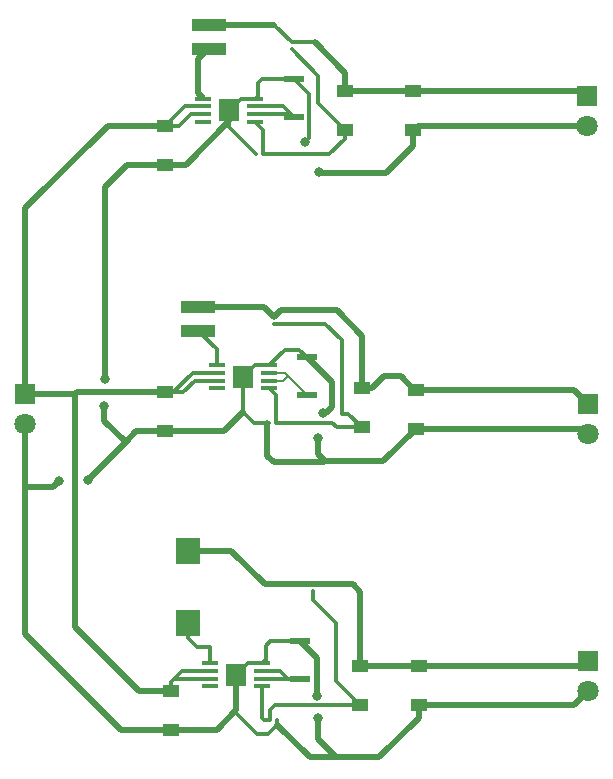
<source format=gbr>
%TF.GenerationSoftware,KiCad,Pcbnew,7.0.8*%
%TF.CreationDate,2023-12-07T00:58:29-06:00*%
%TF.ProjectId,Capst_Power_Controller,43617073-745f-4506-9f77-65725f436f6e,rev?*%
%TF.SameCoordinates,Original*%
%TF.FileFunction,Copper,L1,Top*%
%TF.FilePolarity,Positive*%
%FSLAX46Y46*%
G04 Gerber Fmt 4.6, Leading zero omitted, Abs format (unit mm)*
G04 Created by KiCad (PCBNEW 7.0.8) date 2023-12-07 00:58:29*
%MOMM*%
%LPD*%
G01*
G04 APERTURE LIST*
%TA.AperFunction,SMDPad,CuDef*%
%ADD10R,1.350000X1.100000*%
%TD*%
%TA.AperFunction,SMDPad,CuDef*%
%ADD11R,1.425000X0.450000*%
%TD*%
%TA.AperFunction,SMDPad,CuDef*%
%ADD12R,1.680000X1.880000*%
%TD*%
%TA.AperFunction,SMDPad,CuDef*%
%ADD13R,2.900000X1.000000*%
%TD*%
%TA.AperFunction,SMDPad,CuDef*%
%ADD14R,1.820000X0.620000*%
%TD*%
%TA.AperFunction,ComponentPad*%
%ADD15R,1.800000X1.800000*%
%TD*%
%TA.AperFunction,ComponentPad*%
%ADD16C,1.800000*%
%TD*%
%TA.AperFunction,SMDPad,CuDef*%
%ADD17R,0.300000X0.250000*%
%TD*%
%TA.AperFunction,SMDPad,CuDef*%
%ADD18R,0.250000X0.300000*%
%TD*%
%TA.AperFunction,SMDPad,CuDef*%
%ADD19R,0.275000X0.300000*%
%TD*%
%TA.AperFunction,SMDPad,CuDef*%
%ADD20R,2.050000X2.200000*%
%TD*%
%TA.AperFunction,ViaPad*%
%ADD21C,0.800000*%
%TD*%
%TA.AperFunction,Conductor*%
%ADD22C,0.500000*%
%TD*%
%TA.AperFunction,Conductor*%
%ADD23C,0.300000*%
%TD*%
%TA.AperFunction,Conductor*%
%ADD24C,0.200000*%
%TD*%
G04 APERTURE END LIST*
D10*
%TO.P,C1,1,1*%
%TO.N,Vin*%
X116609400Y-71528400D03*
%TO.P,C1,2,2*%
%TO.N,GND*%
X116609400Y-74828400D03*
%TD*%
%TO.P,C11,1,1*%
%TO.N,Vin*%
X117066600Y-119356600D03*
%TO.P,C11,2,2*%
%TO.N,GND*%
X117066600Y-122656600D03*
%TD*%
D11*
%TO.P,IC3,1,SW*%
%TO.N,/SW3*%
X120394000Y-117055600D03*
%TO.P,IC3,2,VIN*%
%TO.N,Vin*%
X120394000Y-117705600D03*
%TO.P,IC3,3,RUN*%
X120394000Y-118355600D03*
%TO.P,IC3,4,PGOOD*%
%TO.N,/PGGOOD3*%
X120394000Y-119005600D03*
%TO.P,IC3,5,FB*%
%TO.N,FB3*%
X124818000Y-119005600D03*
%TO.P,IC3,6,INTVCC*%
%TO.N,/MODE{slash}SYNC3*%
X124818000Y-118355600D03*
%TO.P,IC3,7,MODE/SYNC*%
X124818000Y-117705600D03*
%TO.P,IC3,8,SGND*%
%TO.N,GND*%
X124818000Y-117055600D03*
D12*
%TO.P,IC3,9,GND*%
X122606000Y-118030600D03*
%TD*%
D13*
%TO.P,L2,1,1*%
%TO.N,/SW2*%
X119405400Y-88872600D03*
%TO.P,L2,2,2*%
%TO.N,/Output2*%
X119405400Y-86842600D03*
%TD*%
D14*
%TO.P,C12,1,1*%
%TO.N,/MODE{slash}SYNC3*%
X128014000Y-118365800D03*
%TO.P,C12,2,2*%
%TO.N,GND*%
X128014000Y-115165800D03*
%TD*%
D11*
%TO.P,IC2,1,SW*%
%TO.N,/SW2*%
X121005600Y-91821000D03*
%TO.P,IC2,2,VIN*%
%TO.N,Vin*%
X121005600Y-92471000D03*
%TO.P,IC2,3,RUN*%
X121005600Y-93121000D03*
%TO.P,IC2,4,PGOOD*%
%TO.N,/PGGOOD2*%
X121005600Y-93771000D03*
%TO.P,IC2,5,FB*%
%TO.N,FB2*%
X125429600Y-93771000D03*
%TO.P,IC2,6,INTVCC*%
%TO.N,/MODE{slash}SYNC2*%
X125429600Y-93121000D03*
%TO.P,IC2,7,MODE/SYNC*%
X125429600Y-92471000D03*
%TO.P,IC2,8,SGND*%
%TO.N,GND*%
X125429600Y-91821000D03*
D12*
%TO.P,IC2,9,GND*%
X123217600Y-92796000D03*
%TD*%
D15*
%TO.P,J2,1,1*%
%TO.N,/Output1*%
X152273000Y-68988400D03*
D16*
%TO.P,J2,2,2*%
%TO.N,GND*%
X152273000Y-71528400D03*
%TD*%
D15*
%TO.P,J4,1,1*%
%TO.N,/Output3*%
X152400000Y-116840000D03*
D16*
%TO.P,J4,2,2*%
%TO.N,GND*%
X152400000Y-119380000D03*
%TD*%
D10*
%TO.P,C2,1,1*%
%TO.N,/Output1*%
X131798600Y-68607400D03*
%TO.P,C2,2,2*%
%TO.N,FB1*%
X131798600Y-71907400D03*
%TD*%
D17*
%TO.P,R3,1,1*%
%TO.N,/Output2*%
X125806200Y-87706200D03*
%TO.P,R3,2,2*%
%TO.N,FB2*%
X125806200Y-88306200D03*
%TD*%
D15*
%TO.P,J1,1,1*%
%TO.N,Vin*%
X104749600Y-94208600D03*
D16*
%TO.P,J1,2,2*%
%TO.N,GND*%
X104749600Y-96748600D03*
%TD*%
D18*
%TO.P,R4,1,1*%
%TO.N,FB2*%
X125958600Y-96723200D03*
%TO.P,R4,2,2*%
%TO.N,GND*%
X125358600Y-96723200D03*
%TD*%
D15*
%TO.P,J3,1,1*%
%TO.N,/Output2*%
X152374600Y-95072200D03*
D16*
%TO.P,J3,2,2*%
%TO.N,GND*%
X152374600Y-97612200D03*
%TD*%
D19*
%TO.P,R6,1,1*%
%TO.N,FB3*%
X125474000Y-121845800D03*
%TO.P,R6,2,2*%
%TO.N,GND*%
X126100000Y-121845800D03*
%TD*%
D17*
%TO.P,R1,1,1*%
%TO.N,/Output1*%
X127328200Y-64476800D03*
%TO.P,R1,2,2*%
%TO.N,FB1*%
X127328200Y-65076800D03*
%TD*%
D10*
%TO.P,C5,1,1*%
%TO.N,/Output2*%
X137795000Y-93877400D03*
%TO.P,C5,2,2*%
%TO.N,GND*%
X137795000Y-97177400D03*
%TD*%
D11*
%TO.P,IC1,1,SW*%
%TO.N,/SW1*%
X119807600Y-69226800D03*
%TO.P,IC1,2,VIN*%
%TO.N,Vin*%
X119807600Y-69876800D03*
%TO.P,IC1,3,RUN*%
X119807600Y-70526800D03*
%TO.P,IC1,4,PGOOD*%
%TO.N,/PGGOOD1*%
X119807600Y-71176800D03*
%TO.P,IC1,5,FB*%
%TO.N,FB1*%
X124231600Y-71176800D03*
%TO.P,IC1,6,INTVCC*%
%TO.N,/MODE{slash}SYNC1*%
X124231600Y-70526800D03*
%TO.P,IC1,7,MODE/SYNC*%
X124231600Y-69876800D03*
%TO.P,IC1,8,SGND*%
%TO.N,GND*%
X124231600Y-69226800D03*
D12*
%TO.P,IC1,9,GND*%
X122019600Y-70201800D03*
%TD*%
D13*
%TO.P,L1,1,1*%
%TO.N,/SW1*%
X120292400Y-64999600D03*
%TO.P,L1,2,2*%
%TO.N,/Output1*%
X120292400Y-62969600D03*
%TD*%
D10*
%TO.P,C10,1,1*%
%TO.N,/Output3*%
X133094000Y-117299200D03*
%TO.P,C10,2,2*%
%TO.N,FB3*%
X133094000Y-120599200D03*
%TD*%
D17*
%TO.P,R5,1,1*%
%TO.N,/Output3*%
X129106200Y-110365000D03*
%TO.P,R5,2,2*%
%TO.N,FB3*%
X129106200Y-110965000D03*
%TD*%
D10*
%TO.P,C7,1,1*%
%TO.N,Vin*%
X116560600Y-94109000D03*
%TO.P,C7,2,2*%
%TO.N,GND*%
X116560600Y-97409000D03*
%TD*%
%TO.P,C6,1,1*%
%TO.N,/Output2*%
X133273800Y-93776800D03*
%TO.P,C6,2,2*%
%TO.N,FB2*%
X133273800Y-97076800D03*
%TD*%
D14*
%TO.P,C4,1,1*%
%TO.N,/MODE{slash}SYNC1*%
X127480600Y-70817000D03*
%TO.P,C4,2,2*%
%TO.N,GND*%
X127480600Y-67617000D03*
%TD*%
D10*
%TO.P,C9,1,1*%
%TO.N,/Output3*%
X138047000Y-117299200D03*
%TO.P,C9,2,2*%
%TO.N,GND*%
X138047000Y-120599200D03*
%TD*%
D14*
%TO.P,C8,1,1*%
%TO.N,/MODE{slash}SYNC2*%
X128574800Y-94309800D03*
%TO.P,C8,2,2*%
%TO.N,GND*%
X128574800Y-91109800D03*
%TD*%
D10*
%TO.P,C3,1,1*%
%TO.N,/Output1*%
X137589800Y-68632800D03*
%TO.P,C3,2,2*%
%TO.N,GND*%
X137589800Y-71932800D03*
%TD*%
D18*
%TO.P,R2,1,1*%
%TO.N,FB1*%
X124915200Y-73966800D03*
%TO.P,R2,2,2*%
%TO.N,GND*%
X124315200Y-73966800D03*
%TD*%
D20*
%TO.P,L3,1,1*%
%TO.N,/SW3*%
X118514400Y-113620200D03*
%TO.P,L3,2,2*%
%TO.N,/Output3*%
X118514400Y-107520200D03*
%TD*%
D21*
%TO.N,GND*%
X128445800Y-72900000D03*
X129921000Y-95873700D03*
X111480600Y-92964000D03*
X129588800Y-75414600D03*
X129487200Y-119849700D03*
X129512600Y-121642600D03*
X129514600Y-97967800D03*
X110058200Y-101498400D03*
X111455200Y-95224600D03*
X107594400Y-101600000D03*
%TD*%
D22*
%TO.N,Vin*%
X104749600Y-94208600D02*
X104749600Y-78511400D01*
D23*
X118261000Y-69876800D02*
X116609400Y-71528400D01*
X117371400Y-118340600D02*
X117386400Y-118355600D01*
X117386400Y-118355600D02*
X118036400Y-117705600D01*
X117801600Y-71528400D02*
X116609400Y-71528400D01*
D22*
X111732600Y-71528400D02*
X116609400Y-71528400D01*
X108991400Y-94208600D02*
X108991400Y-113944400D01*
D23*
X117386400Y-118355600D02*
X120394000Y-118355600D01*
D22*
X108991400Y-94208600D02*
X109091000Y-94109000D01*
D23*
X116560600Y-94109000D02*
X118108000Y-94109000D01*
X118933200Y-92471000D02*
X121005600Y-92471000D01*
D22*
X114403600Y-119356600D02*
X117066600Y-119356600D01*
D23*
X118036400Y-117705600D02*
X120394000Y-117705600D01*
X119807600Y-70526800D02*
X118803200Y-70526800D01*
D22*
X104749600Y-78511400D02*
X111732600Y-71528400D01*
D23*
X117295200Y-94109000D02*
X118933200Y-92471000D01*
X119807600Y-69876800D02*
X118261000Y-69876800D01*
D22*
X108991400Y-113944400D02*
X114403600Y-119356600D01*
X109091000Y-94109000D02*
X116560600Y-94109000D01*
D23*
X118803200Y-70526800D02*
X117801600Y-71528400D01*
D22*
X104749600Y-94208600D02*
X108991400Y-94208600D01*
D23*
X119096000Y-93121000D02*
X121005600Y-93121000D01*
X118108000Y-94109000D02*
X119096000Y-93121000D01*
X117066600Y-118645400D02*
X117371400Y-118340600D01*
X117066600Y-119356600D02*
X117066600Y-118645400D01*
D22*
%TO.N,GND*%
X138047000Y-121642600D02*
X134668800Y-125020800D01*
X125780800Y-99999800D02*
X125258600Y-99477600D01*
X122606000Y-121005600D02*
X122606000Y-118030600D01*
X130073400Y-99999800D02*
X125780800Y-99999800D01*
X137589800Y-73230200D02*
X135255000Y-75565000D01*
D23*
X124460000Y-67945000D02*
X124788000Y-67617000D01*
D22*
X125258600Y-99477600D02*
X125258600Y-96723200D01*
D23*
X124788000Y-67617000D02*
X127480600Y-67617000D01*
X125095000Y-115570000D02*
X125499200Y-115165800D01*
D22*
X111480600Y-76733400D02*
X113385600Y-74828400D01*
X111480600Y-92964000D02*
X111480600Y-76733400D01*
X104749600Y-102133400D02*
X104749600Y-114579400D01*
X104749600Y-102133400D02*
X107061000Y-102133400D01*
D23*
X128740600Y-68877000D02*
X127480600Y-67617000D01*
X123581000Y-117055600D02*
X122606000Y-118030600D01*
D22*
X129739200Y-75565000D02*
X129588800Y-75414600D01*
D23*
X127965200Y-90500200D02*
X126750400Y-90500200D01*
X126100000Y-122235800D02*
X126100000Y-121845800D01*
D22*
X114147600Y-97409000D02*
X116560600Y-97409000D01*
D23*
X124818000Y-117055600D02*
X125095000Y-116778600D01*
D22*
X118333000Y-74828400D02*
X122019600Y-71141800D01*
D23*
X124315200Y-73966800D02*
X122019600Y-71671200D01*
D22*
X113385600Y-74828400D02*
X116609400Y-74828400D01*
X130186300Y-95873700D02*
X130708400Y-95351600D01*
X130708400Y-95351600D02*
X130708400Y-93243400D01*
X131087400Y-125020800D02*
X128885000Y-125020800D01*
X134721600Y-99949000D02*
X130124200Y-99949000D01*
X112826800Y-122656600D02*
X117066600Y-122656600D01*
X104749600Y-114579400D02*
X112826800Y-122656600D01*
X152273000Y-71528400D02*
X137994200Y-71528400D01*
X130708400Y-93243400D02*
X128574800Y-91109800D01*
X129540000Y-98044000D02*
X129540000Y-97993200D01*
D23*
X122606000Y-121289200D02*
X124381800Y-123065000D01*
D22*
X137589800Y-71932800D02*
X137589800Y-73230200D01*
X129921000Y-95873700D02*
X130186300Y-95873700D01*
D23*
X122019600Y-71671200D02*
X122019600Y-70201800D01*
D22*
X137795000Y-97177400D02*
X151939800Y-97177400D01*
X151939800Y-97177400D02*
X152374600Y-97612200D01*
D23*
X122606000Y-121005600D02*
X122606000Y-121289200D01*
D22*
X122019600Y-71141800D02*
X122019600Y-70201800D01*
D23*
X129614200Y-75440000D02*
X129588800Y-75414600D01*
X124381800Y-123065000D02*
X125270800Y-123065000D01*
X125499200Y-115165800D02*
X128014000Y-115165800D01*
X124818000Y-117055600D02*
X123581000Y-117055600D01*
D22*
X120955000Y-122656600D02*
X122606000Y-121005600D01*
D23*
X125270800Y-123065000D02*
X126100000Y-122235800D01*
X123217600Y-95811000D02*
X123217600Y-92796000D01*
D22*
X107061000Y-102133400D02*
X107594400Y-101600000D01*
D23*
X125358600Y-96723200D02*
X124129800Y-96723200D01*
D22*
X117066600Y-122656600D02*
X120955000Y-122656600D01*
X135255000Y-75565000D02*
X129739200Y-75565000D01*
D23*
X124192600Y-91821000D02*
X125429600Y-91821000D01*
X125095000Y-116778600D02*
X125095000Y-115570000D01*
X128445800Y-72900000D02*
X128740600Y-72605200D01*
X124231600Y-69226800D02*
X122994600Y-69226800D01*
X122994600Y-69226800D02*
X122019600Y-70201800D01*
X126750400Y-90500200D02*
X125429600Y-91821000D01*
X124460000Y-68998400D02*
X124460000Y-67945000D01*
D22*
X137795000Y-97177400D02*
X135023400Y-99949000D01*
X130124200Y-99949000D02*
X129540000Y-99364800D01*
D23*
X128740600Y-72605200D02*
X128740600Y-68877000D01*
D22*
X138047000Y-120599200D02*
X151180800Y-120599200D01*
X111455200Y-96494600D02*
X111455200Y-95224600D01*
X137874200Y-97256600D02*
X137795000Y-97177400D01*
X137994200Y-71528400D02*
X137589800Y-71932800D01*
X135023400Y-99949000D02*
X134721600Y-99949000D01*
X113258600Y-98298000D02*
X111455200Y-96494600D01*
D23*
X128574800Y-91109800D02*
X127965200Y-90500200D01*
D22*
X129540000Y-99364800D02*
X129540000Y-98044000D01*
X138047000Y-120599200D02*
X138047000Y-121642600D01*
X121619600Y-97409000D02*
X123217600Y-95811000D01*
X130124200Y-99949000D02*
X130073400Y-99999800D01*
X116609400Y-74828400D02*
X118333000Y-74828400D01*
X129512600Y-123446000D02*
X129512600Y-121642600D01*
X128885000Y-125020800D02*
X126100000Y-122235800D01*
D23*
X123217600Y-92796000D02*
X124192600Y-91821000D01*
D22*
X129487200Y-116639000D02*
X128014000Y-115165800D01*
X129487200Y-119849700D02*
X129487200Y-116639000D01*
X104749600Y-96748600D02*
X104749600Y-102133400D01*
X134668800Y-125020800D02*
X131087400Y-125020800D01*
X113258600Y-98298000D02*
X114147600Y-97409000D01*
X151180800Y-120599200D02*
X152400000Y-119380000D01*
D23*
X124231600Y-69226800D02*
X124460000Y-68998400D01*
D22*
X131087400Y-125020800D02*
X129512600Y-123446000D01*
X116560600Y-97409000D02*
X121619600Y-97409000D01*
D23*
X124129800Y-96723200D02*
X123217600Y-95811000D01*
D22*
X129540000Y-97993200D02*
X129514600Y-97967800D01*
X110058200Y-101498400D02*
X113258600Y-98298000D01*
%TO.N,/Output1*%
X151917400Y-68632800D02*
X152273000Y-68988400D01*
X131798600Y-67028600D02*
X131798600Y-68607400D01*
X137589800Y-68632800D02*
X151917400Y-68632800D01*
X131798600Y-68607400D02*
X137564400Y-68607400D01*
D23*
X127328200Y-64463200D02*
X125834600Y-62969600D01*
D22*
X120292400Y-62969600D02*
X125834600Y-62969600D01*
X129246800Y-64476800D02*
X131798600Y-67028600D01*
X137564400Y-68607400D02*
X137589800Y-68632800D01*
D23*
X127328200Y-64476800D02*
X127328200Y-64463200D01*
X127328200Y-64476800D02*
X129246800Y-64476800D01*
%TO.N,/MODE{slash}SYNC1*%
X126540400Y-69876800D02*
X124231600Y-69876800D01*
X127480600Y-70817000D02*
X126540400Y-69876800D01*
X124231600Y-70526800D02*
X127190400Y-70526800D01*
X127190400Y-70526800D02*
X127480600Y-70817000D01*
D22*
%TO.N,/Output2*%
X137795000Y-93877400D02*
X151179800Y-93877400D01*
X131114800Y-87147400D02*
X133273800Y-89306400D01*
X151179800Y-93877400D02*
X152374600Y-95072200D01*
X133273800Y-89306400D02*
X133273800Y-93776800D01*
X136525000Y-92760800D02*
X137641600Y-93877400D01*
X135102600Y-92760800D02*
X136525000Y-92760800D01*
X137641600Y-93877400D02*
X137795000Y-93877400D01*
X119405400Y-86842600D02*
X124942600Y-86842600D01*
X133273800Y-93776800D02*
X134086600Y-93776800D01*
X125806200Y-87706200D02*
X126365000Y-87147400D01*
X124942600Y-86842600D02*
X125806200Y-87706200D01*
X126365000Y-87147400D02*
X131114800Y-87147400D01*
X134086600Y-93776800D02*
X135102600Y-92760800D01*
D24*
%TO.N,/MODE{slash}SYNC2*%
X126987500Y-92722500D02*
X126736000Y-92471000D01*
X126987500Y-92722500D02*
X126589000Y-93121000D01*
X126589000Y-93121000D02*
X125429600Y-93121000D01*
X126736000Y-92471000D02*
X125429600Y-92471000D01*
X128574800Y-94309800D02*
X126987500Y-92722500D01*
D22*
%TO.N,/Output3*%
X138047000Y-117299200D02*
X151940800Y-117299200D01*
X129419596Y-110363000D02*
X132461000Y-110363000D01*
X133094000Y-110996000D02*
X133094000Y-117299200D01*
X129106200Y-110365000D02*
X129417596Y-110365000D01*
X129417596Y-110365000D02*
X129419596Y-110363000D01*
X151940800Y-117299200D02*
X152400000Y-116840000D01*
X118514400Y-107520200D02*
X122197400Y-107520200D01*
X125042200Y-110365000D02*
X129106200Y-110365000D01*
X133094000Y-117299200D02*
X138047000Y-117299200D01*
X122197400Y-107520200D02*
X125042200Y-110365000D01*
X132461000Y-110363000D02*
X133094000Y-110996000D01*
D23*
%TO.N,/MODE{slash}SYNC3*%
X126315600Y-117705600D02*
X124818000Y-117705600D01*
X126870000Y-118260000D02*
X126315600Y-117705600D01*
X126870000Y-118365800D02*
X126870000Y-118260000D01*
X128014000Y-118365800D02*
X126870000Y-118365800D01*
X126870000Y-118365800D02*
X124828200Y-118365800D01*
X124828200Y-118365800D02*
X124818000Y-118355600D01*
D22*
%TO.N,/SW1*%
X120292400Y-64999600D02*
X119380000Y-65912000D01*
X119380000Y-68799200D02*
X119782600Y-69201800D01*
X119380000Y-65912000D02*
X119380000Y-68799200D01*
X119782600Y-69201800D02*
X119807600Y-69201800D01*
D23*
%TO.N,/SW2*%
X121005600Y-90472800D02*
X121005600Y-91821000D01*
X119405400Y-88872600D02*
X121005600Y-90472800D01*
%TO.N,/SW3*%
X120394000Y-115673600D02*
X120394000Y-117055600D01*
X119276400Y-115673600D02*
X120394000Y-115673600D01*
X118514400Y-114911600D02*
X119276400Y-115673600D01*
X118514400Y-113620200D02*
X118514400Y-114911600D01*
%TO.N,FB1*%
X131798600Y-71907400D02*
X131798600Y-72671400D01*
X124915200Y-71860400D02*
X124915200Y-73966800D01*
X129540000Y-67288600D02*
X129540000Y-69648800D01*
X131798600Y-72671400D02*
X130503200Y-73966800D01*
X130503200Y-73966800D02*
X124915200Y-73966800D01*
X129540000Y-69648800D02*
X131798600Y-71907400D01*
X124231600Y-71176800D02*
X124915200Y-71860400D01*
X127328200Y-65076800D02*
X129540000Y-67288600D01*
%TO.N,FB2*%
X131572000Y-95910400D02*
X132107400Y-95910400D01*
X131112800Y-97076800D02*
X130759200Y-96723200D01*
X125958600Y-96723200D02*
X125958600Y-94300000D01*
X125806200Y-88306200D02*
X130165400Y-88306200D01*
X130165400Y-88306200D02*
X131572000Y-89712800D01*
X133273800Y-97076800D02*
X131112800Y-97076800D01*
X130759200Y-96723200D02*
X125958600Y-96723200D01*
X125958600Y-94300000D02*
X125429600Y-93771000D01*
X131572000Y-89712800D02*
X131572000Y-95910400D01*
X132107400Y-95910400D02*
X133273800Y-97076800D01*
%TO.N,FB3*%
X124940600Y-121845800D02*
X124813600Y-121718800D01*
X133094000Y-120599200D02*
X125907800Y-120599200D01*
X129106200Y-110965000D02*
X129106200Y-111711200D01*
X125474000Y-121845800D02*
X124940600Y-121845800D01*
X124813600Y-121718800D02*
X124818000Y-121714400D01*
X129108200Y-111713200D02*
X131036600Y-113641600D01*
X129106200Y-111711200D02*
X129108200Y-111713200D01*
X125907800Y-120599200D02*
X125474000Y-121033000D01*
X125474000Y-121033000D02*
X125474000Y-121845800D01*
X124818000Y-121714400D02*
X124818000Y-119005600D01*
X131036600Y-118541800D02*
X133094000Y-120599200D01*
X131036600Y-113641600D02*
X131036600Y-118541800D01*
%TD*%
M02*

</source>
